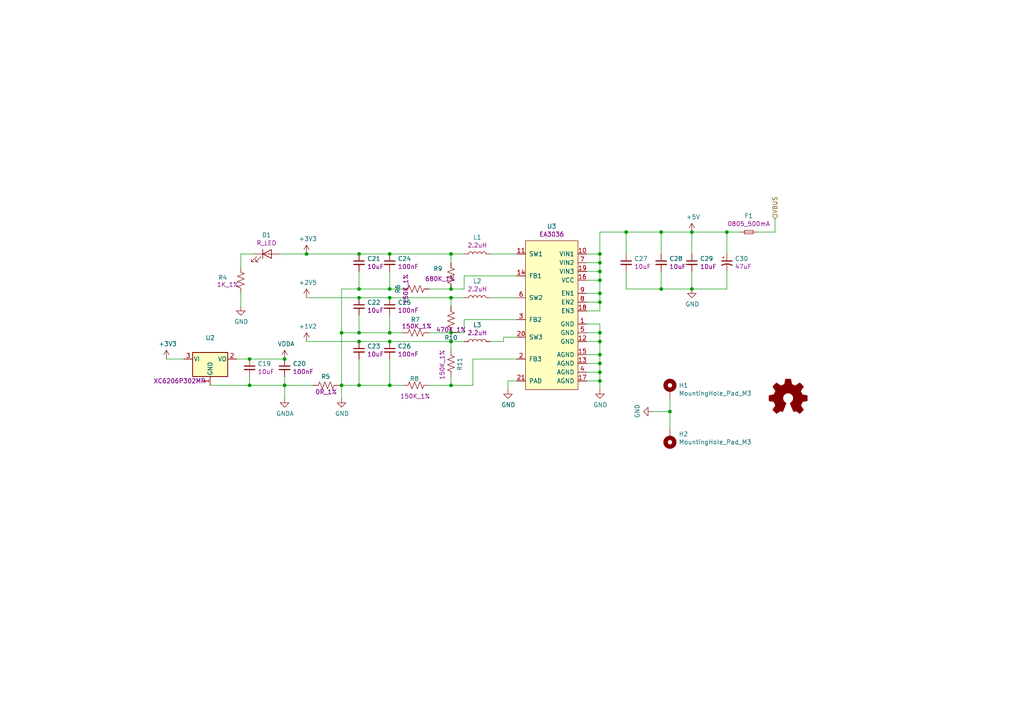
<source format=kicad_sch>
(kicad_sch (version 20210606) (generator eeschema)
  (paper "A4")
  (lib_symbols
    (symbol "0WJQ:02.0023_R0402_150K_1%_1" (pin_numbers hide) (pin_names (offset 0))
      (property "Reference" "R" (at 2.54 0 90))
      (property "Value" "R_US" (at -2.54 0 90))
      (symbol "02.0023_R0402_150K_1%_1_0_1"
        (polyline (pts (xy 0 -2.286) (xy 0 -2.54)))
        (polyline (pts (xy 0 2.286) (xy 0 2.54)))
        (polyline (pts (xy 0 -0.762) (xy 1.016 -1.143) (xy 0 -1.524) (xy -1.016 -1.905) (xy 0 -2.286)))
        (polyline (pts (xy 0 0.762) (xy 1.016 0.381) (xy 0 0) (xy -1.016 -0.381) (xy 0 -0.762)))
        (polyline (pts (xy 0 2.286) (xy 1.016 1.905) (xy 0 1.524) (xy -1.016 1.143) (xy 0 0.762)))
      )
      (symbol "02.0023_R0402_150K_1%_1_1_1"
        (pin passive line (at 0 3.81 270) (length 1.27) (name "~") (number "1"))
        (pin passive line (at 0 -3.81 90) (length 1.27) (name "~") (number "2"))
      )
    )
    (symbol "0WJQ:02.0023_R0402_150K_1%_2" (pin_numbers hide) (pin_names (offset 0))
      (property "Reference" "R" (at 2.54 0 90))
      (property "Value" "R_US" (at -2.54 0 90))
      (symbol "02.0023_R0402_150K_1%_2_0_1"
        (polyline (pts (xy 0 -2.286) (xy 0 -2.54)))
        (polyline (pts (xy 0 2.286) (xy 0 2.54)))
        (polyline (pts (xy 0 -0.762) (xy 1.016 -1.143) (xy 0 -1.524) (xy -1.016 -1.905) (xy 0 -2.286)))
        (polyline (pts (xy 0 0.762) (xy 1.016 0.381) (xy 0 0) (xy -1.016 -0.381) (xy 0 -0.762)))
        (polyline (pts (xy 0 2.286) (xy 1.016 1.905) (xy 0 1.524) (xy -1.016 1.143) (xy 0 0.762)))
      )
      (symbol "02.0023_R0402_150K_1%_2_1_1"
        (pin passive line (at 0 3.81 270) (length 1.27) (name "~") (number "1"))
        (pin passive line (at 0 -3.81 90) (length 1.27) (name "~") (number "2"))
      )
    )
    (symbol "0WJQ:03.0009_C0402_100nF" (pin_numbers hide) (pin_names (offset 0.254) hide)
      (property "Reference" "C" (at 0.254 1.778 0))
      (property "参数" "100nF" (at 3.81 -2.54 0))
      (symbol "03.0009_C0402_100nF_0_1"
        (polyline (pts (xy -1.524 -0.508) (xy 1.524 -0.508)) (stroke (width 0.3302)))
        (polyline (pts (xy -1.524 0.508) (xy 1.524 0.508)) (stroke (width 0.3048)))
      )
      (symbol "03.0009_C0402_100nF_1_1"
        (pin passive line (at 0 2.54 270) (length 2.032) (name "~") (number "1"))
        (pin passive line (at 0 -2.54 90) (length 2.032) (name "~") (number "2"))
      )
    )
    (symbol "0WJQ:03.0009_C0402_100nF_1" (pin_numbers hide) (pin_names (offset 0.254) hide)
      (property "Reference" "C" (at 0.254 1.778 0))
      (property "参数" "100nF" (at 3.81 -2.54 0))
      (symbol "03.0009_C0402_100nF_1_0_1"
        (polyline (pts (xy -1.524 -0.508) (xy 1.524 -0.508)) (stroke (width 0.3302)))
        (polyline (pts (xy -1.524 0.508) (xy 1.524 0.508)) (stroke (width 0.3048)))
      )
      (symbol "03.0009_C0402_100nF_1_1_1"
        (pin passive line (at 0 2.54 270) (length 2.032) (name "~") (number "1"))
        (pin passive line (at 0 -2.54 90) (length 2.032) (name "~") (number "2"))
      )
    )
    (symbol "0WJQ:03.0009_C0402_100nF_2" (pin_numbers hide) (pin_names (offset 0.254) hide)
      (property "Reference" "C" (at 0.254 1.778 0))
      (property "参数" "100nF" (at 3.81 -2.54 0))
      (symbol "03.0009_C0402_100nF_2_0_1"
        (polyline (pts (xy -1.524 -0.508) (xy 1.524 -0.508)) (stroke (width 0.3302)))
        (polyline (pts (xy -1.524 0.508) (xy 1.524 0.508)) (stroke (width 0.3048)))
      )
      (symbol "03.0009_C0402_100nF_2_1_1"
        (pin passive line (at 0 2.54 270) (length 2.032) (name "~") (number "1"))
        (pin passive line (at 0 -2.54 90) (length 2.032) (name "~") (number "2"))
      )
    )
    (symbol "0WJQ:03.0009_C0402_100nF_3" (pin_numbers hide) (pin_names (offset 0.254) hide)
      (property "Reference" "C" (at 0.254 1.778 0))
      (property "参数" "100nF" (at 3.81 -2.54 0))
      (symbol "03.0009_C0402_100nF_3_0_1"
        (polyline (pts (xy -1.524 -0.508) (xy 1.524 -0.508)) (stroke (width 0.3302)))
        (polyline (pts (xy -1.524 0.508) (xy 1.524 0.508)) (stroke (width 0.3048)))
      )
      (symbol "03.0009_C0402_100nF_3_1_1"
        (pin passive line (at 0 2.54 270) (length 2.032) (name "~") (number "1"))
        (pin passive line (at 0 -2.54 90) (length 2.032) (name "~") (number "2"))
      )
    )
    (symbol "0WJQ:03.4004_C0603_10uF" (pin_numbers hide) (pin_names (offset 0.254) hide)
      (property "Reference" "C" (at 0.254 1.778 0))
      (property "参数" "10uF" (at 2.54 -2.54 0))
      (symbol "03.4004_C0603_10uF_0_1"
        (polyline (pts (xy -1.524 -0.508) (xy 1.524 -0.508)) (stroke (width 0.3302)))
        (polyline (pts (xy -1.524 0.508) (xy 1.524 0.508)) (stroke (width 0.3048)))
      )
      (symbol "03.4004_C0603_10uF_1_1"
        (pin passive line (at 0 2.54 270) (length 2.032) (name "~") (number "1"))
        (pin passive line (at 0 -2.54 90) (length 2.032) (name "~") (number "2"))
      )
    )
    (symbol "0WJQ:03.4004_C0603_10uF_1" (pin_numbers hide) (pin_names (offset 0.254) hide)
      (property "Reference" "C" (at 0.254 1.778 0))
      (property "参数" "10uF" (at 2.54 -2.54 0))
      (symbol "03.4004_C0603_10uF_1_0_1"
        (polyline (pts (xy -1.524 -0.508) (xy 1.524 -0.508)) (stroke (width 0.3302)))
        (polyline (pts (xy -1.524 0.508) (xy 1.524 0.508)) (stroke (width 0.3048)))
      )
      (symbol "03.4004_C0603_10uF_1_1_1"
        (pin passive line (at 0 2.54 270) (length 2.032) (name "~") (number "1"))
        (pin passive line (at 0 -2.54 90) (length 2.032) (name "~") (number "2"))
      )
    )
    (symbol "0WJQ:03.4004_C0603_10uF_2" (pin_numbers hide) (pin_names (offset 0.254) hide)
      (property "Reference" "C" (at 0.254 1.778 0))
      (property "参数" "10uF" (at 2.54 -2.54 0))
      (symbol "03.4004_C0603_10uF_2_0_1"
        (polyline (pts (xy -1.524 -0.508) (xy 1.524 -0.508)) (stroke (width 0.3302)))
        (polyline (pts (xy -1.524 0.508) (xy 1.524 0.508)) (stroke (width 0.3048)))
      )
      (symbol "03.4004_C0603_10uF_2_1_1"
        (pin passive line (at 0 2.54 270) (length 2.032) (name "~") (number "1"))
        (pin passive line (at 0 -2.54 90) (length 2.032) (name "~") (number "2"))
      )
    )
    (symbol "0WJQ:03.4004_C0603_10uF_3" (pin_numbers hide) (pin_names (offset 0.254) hide)
      (property "Reference" "C" (at 0.254 1.778 0))
      (property "参数" "10uF" (at 2.54 -2.54 0))
      (symbol "03.4004_C0603_10uF_3_0_1"
        (polyline (pts (xy -1.524 -0.508) (xy 1.524 -0.508)) (stroke (width 0.3302)))
        (polyline (pts (xy -1.524 0.508) (xy 1.524 0.508)) (stroke (width 0.3048)))
      )
      (symbol "03.4004_C0603_10uF_3_1_1"
        (pin passive line (at 0 2.54 270) (length 2.032) (name "~") (number "1"))
        (pin passive line (at 0 -2.54 90) (length 2.032) (name "~") (number "2"))
      )
    )
    (symbol "0WJQ:03.4004_C0603_10uF_4" (pin_numbers hide) (pin_names (offset 0.254) hide)
      (property "Reference" "C" (at 0.254 1.778 0))
      (property "参数" "10uF" (at 2.54 -2.54 0))
      (symbol "03.4004_C0603_10uF_4_0_1"
        (polyline (pts (xy -1.524 -0.508) (xy 1.524 -0.508)) (stroke (width 0.3302)))
        (polyline (pts (xy -1.524 0.508) (xy 1.524 0.508)) (stroke (width 0.3048)))
      )
      (symbol "03.4004_C0603_10uF_4_1_1"
        (pin passive line (at 0 2.54 270) (length 2.032) (name "~") (number "1"))
        (pin passive line (at 0 -2.54 90) (length 2.032) (name "~") (number "2"))
      )
    )
    (symbol "0WJQ:03.4004_C0603_10uF_5" (pin_numbers hide) (pin_names (offset 0.254) hide)
      (property "Reference" "C" (at 0.254 1.778 0))
      (property "参数" "10uF" (at 2.54 -2.54 0))
      (symbol "03.4004_C0603_10uF_5_0_1"
        (polyline (pts (xy -1.524 -0.508) (xy 1.524 -0.508)) (stroke (width 0.3302)))
        (polyline (pts (xy -1.524 0.508) (xy 1.524 0.508)) (stroke (width 0.3048)))
      )
      (symbol "03.4004_C0603_10uF_5_1_1"
        (pin passive line (at 0 2.54 270) (length 2.032) (name "~") (number "1"))
        (pin passive line (at 0 -2.54 90) (length 2.032) (name "~") (number "2"))
      )
    )
    (symbol "0WJQ:03.4004_C0603_10uF_6" (pin_numbers hide) (pin_names (offset 0.254) hide)
      (property "Reference" "C" (at 0.254 1.778 0))
      (property "参数" "10uF" (at 2.54 -2.54 0))
      (symbol "03.4004_C0603_10uF_6_0_1"
        (polyline (pts (xy -1.524 -0.508) (xy 1.524 -0.508)) (stroke (width 0.3302)))
        (polyline (pts (xy -1.524 0.508) (xy 1.524 0.508)) (stroke (width 0.3048)))
      )
      (symbol "03.4004_C0603_10uF_6_1_1"
        (pin passive line (at 0 2.54 270) (length 2.032) (name "~") (number "1"))
        (pin passive line (at 0 -2.54 90) (length 2.032) (name "~") (number "2"))
      )
    )
    (symbol "0WJQ:04.0002_CP1210_47uF" (pin_numbers hide) (pin_names (offset 0.254) hide)
      (property "Reference" "C" (at 0.254 1.778 0))
      (property "参数" "47uF" (at 2.54 -2.54 0))
      (symbol "04.0002_CP1210_47uF_0_1"
        (arc (start -1.524 -0.762) (end 1.524 -0.762) (radius (at 0 -3.556) (length 3.175) (angles 118.6 61.4)) (stroke (width 0.3048)))
        (polyline (pts (xy -1.524 0.508) (xy 1.524 0.508)) (stroke (width 0.3048)))
        (polyline (pts (xy -1.27 1.524) (xy -0.762 1.524)))
        (polyline (pts (xy -1.016 1.27) (xy -1.016 1.778)))
      )
      (symbol "04.0002_CP1210_47uF_1_1"
        (pin passive line (at 0 2.54 270) (length 2.032) (name "~") (number "1"))
        (pin passive line (at 0 -2.54 90) (length 2.032) (name "~") (number "2"))
      )
    )
    (symbol "0WJQ:06.0102_L2520_2.2uH" (pin_numbers hide) (pin_names (offset 1.016) hide)
      (property "Reference" "L" (at 0 2.54 0))
      (property "参数" "2.2uH" (at 0 -1.27 0))
      (symbol "06.0102_L2520_2.2uH_0_1"
        (arc (start -1.27 0) (end -2.54 0) (radius (at -1.905 0) (length 0.635) (angles 0.1 179.9)))
        (arc (start 0 0) (end -1.27 0) (radius (at -0.635 0) (length 0.635) (angles 0.1 179.9)))
        (arc (start 1.27 0) (end 0 0) (radius (at 0.635 0) (length 0.635) (angles 0.1 179.9)))
        (arc (start 2.54 0) (end 1.27 0) (radius (at 1.905 0) (length 0.635) (angles 0.1 179.9)))
      )
      (symbol "06.0102_L2520_2.2uH_1_1"
        (pin passive line (at -3.81 0 0) (length 1.27) (name "1") (number "1"))
        (pin passive line (at 3.81 0 180) (length 1.27) (name "2") (number "2"))
      )
    )
    (symbol "0WJQ:06.0102_L2520_2.2uH_1" (pin_numbers hide) (pin_names (offset 1.016) hide)
      (property "Reference" "L" (at 0 2.54 0))
      (property "参数" "2.2uH" (at 0 -1.27 0))
      (symbol "06.0102_L2520_2.2uH_1_0_1"
        (arc (start -1.27 0) (end -2.54 0) (radius (at -1.905 0) (length 0.635) (angles 0.1 179.9)))
        (arc (start 0 0) (end -1.27 0) (radius (at -0.635 0) (length 0.635) (angles 0.1 179.9)))
        (arc (start 1.27 0) (end 0 0) (radius (at 0.635 0) (length 0.635) (angles 0.1 179.9)))
        (arc (start 2.54 0) (end 1.27 0) (radius (at 1.905 0) (length 0.635) (angles 0.1 179.9)))
      )
      (symbol "06.0102_L2520_2.2uH_1_1_1"
        (pin passive line (at -3.81 0 0) (length 1.27) (name "1") (number "1"))
        (pin passive line (at 3.81 0 180) (length 1.27) (name "2") (number "2"))
      )
    )
    (symbol "0WJQ:06.0102_L2520_2.2uH_2" (pin_numbers hide) (pin_names (offset 1.016) hide)
      (property "Reference" "L" (at 0 2.54 0))
      (property "参数" "2.2uH" (at 0 -1.27 0))
      (symbol "06.0102_L2520_2.2uH_2_0_1"
        (arc (start -1.27 0) (end -2.54 0) (radius (at -1.905 0) (length 0.635) (angles 0.1 179.9)))
        (arc (start 0 0) (end -1.27 0) (radius (at -0.635 0) (length 0.635) (angles 0.1 179.9)))
        (arc (start 1.27 0) (end 0 0) (radius (at 0.635 0) (length 0.635) (angles 0.1 179.9)))
        (arc (start 2.54 0) (end 1.27 0) (radius (at 1.905 0) (length 0.635) (angles 0.1 179.9)))
      )
      (symbol "06.0102_L2520_2.2uH_2_1_1"
        (pin passive line (at -3.81 0 0) (length 1.27) (name "1") (number "1"))
        (pin passive line (at 3.81 0 180) (length 1.27) (name "2") (number "2"))
      )
    )
    (symbol "0WJQ:07.0004_Fuse_0805_500mA" (pin_numbers hide) (pin_names (offset 0.254) hide)
      (property "Reference" "F" (at -2.54 1.27 0))
      (property "参数" "0805_500mA" (at 1.27 -2.54 0))
      (symbol "07.0004_Fuse_0805_500mA_0_1"
        (rectangle (start -1.27 0.508) (end 1.27 -0.508))
        (polyline (pts (xy -1.27 0) (xy 1.27 0)))
      )
      (symbol "07.0004_Fuse_0805_500mA_1_1"
        (pin passive line (at -2.54 0 0) (length 1.27) (name "~") (number "1"))
        (pin passive line (at 2.54 0 180) (length 1.27) (name "~") (number "2"))
      )
    )
    (symbol "0WJQ:07.0201_LED_Red_0603" (pin_numbers hide) (pin_names (offset 1.016) hide)
      (property "Reference" "D" (at 0 2.54 0))
      (property "参数" "R_LED" (at 1.27 -2.54 0))
      (symbol "07.0201_LED_Red_0603_0_1"
        (polyline (pts (xy -1.27 -1.27) (xy -1.27 1.27)) (stroke (width 0.2032)))
        (polyline (pts (xy -1.27 0) (xy 1.27 0)))
        (polyline (pts (xy 1.27 -1.27) (xy 1.27 1.27) (xy -1.27 0) (xy 1.27 -1.27)) (stroke (width 0.2032)))
        (polyline (pts (xy -3.048 -0.762) (xy -4.572 -2.286) (xy -3.81 -2.286) (xy -4.572 -2.286) (xy -4.572 -1.524)))
        (polyline (pts (xy -1.778 -0.762) (xy -3.302 -2.286) (xy -2.54 -2.286) (xy -3.302 -2.286) (xy -3.302 -1.524)))
      )
      (symbol "07.0201_LED_Red_0603_1_1"
        (pin passive line (at -3.81 0 0) (length 2.54) (name "K") (number "1"))
        (pin passive line (at 3.81 0 180) (length 2.54) (name "A") (number "2"))
      )
    )
    (symbol "0WJQ:09.0102_EA3036" (pin_names (offset 1.016))
      (property "Reference" "U" (at 0 1.27 0))
      (property "参数" "EA3036" (at 3.81 -44.45 0))
      (symbol "09.0102_EA3036_0_1"
        (rectangle (start 0 0) (end 15.24 -43.18) (fill (type background)))
      )
      (symbol "09.0102_EA3036_1_1"
        (pin input line (at 17.78 -24.13 180) (length 2.54) (name "GND") (number "1"))
        (pin input line (at 17.78 -3.81 180) (length 2.54) (name "VIN1") (number "10"))
        (pin input line (at -2.54 -3.81 0) (length 2.54) (name "SW1") (number "11"))
        (pin input line (at 17.78 -29.21 180) (length 2.54) (name "GND") (number "12"))
        (pin input line (at 17.78 -35.56 180) (length 2.54) (name "AGND") (number "13"))
        (pin input line (at -2.54 -10.16 0) (length 2.54) (name "FB1") (number "14"))
        (pin input line (at 17.78 -33.02 180) (length 2.54) (name "AGND") (number "15"))
        (pin input line (at 17.78 -11.43 180) (length 2.54) (name "VCC") (number "16"))
        (pin input line (at 17.78 -40.64 180) (length 2.54) (name "AGND") (number "17"))
        (pin input line (at 17.78 -20.32 180) (length 2.54) (name "EN3") (number "18"))
        (pin input line (at 17.78 -8.89 180) (length 2.54) (name "VIN3") (number "19"))
        (pin input line (at -2.54 -34.29 0) (length 2.54) (name "FB3") (number "2"))
        (pin input line (at -2.54 -27.94 0) (length 2.54) (name "SW3") (number "20"))
        (pin input line (at -2.54 -40.64 0) (length 2.54) (name "PAD") (number "21"))
        (pin input line (at -2.54 -22.86 0) (length 2.54) (name "FB2") (number "3"))
        (pin input line (at 17.78 -38.1 180) (length 2.54) (name "AGND") (number "4"))
        (pin input line (at 17.78 -26.67 180) (length 2.54) (name "GND") (number "5"))
        (pin input line (at -2.54 -16.51 0) (length 2.54) (name "SW2") (number "6"))
        (pin input line (at 17.78 -6.35 180) (length 2.54) (name "VIN2") (number "7"))
        (pin input line (at 17.78 -17.78 180) (length 2.54) (name "EN2") (number "8"))
        (pin input line (at 17.78 -15.24 180) (length 2.54) (name "EN1") (number "9"))
      )
    )
    (symbol "0WJQ:09.0103_XC6206P302MR" (pin_names (offset 0.254))
      (property "Reference" "U" (at -3.81 3.175 0))
      (property "参数" "XC6206P302MR" (at -8.89 -6.35 0))
      (symbol "09.0103_XC6206P302MR_0_1"
        (rectangle (start -5.08 1.905) (end 5.08 -5.08) (stroke (width 0.254)) (fill (type background)))
      )
      (symbol "09.0103_XC6206P302MR_1_1"
        (pin power_in line (at 0 -7.62 90) (length 2.54) (name "GND") (number "1"))
        (pin power_out line (at 7.62 0 180) (length 2.54) (name "VO") (number "2"))
        (pin power_in line (at -7.62 0 0) (length 2.54) (name "VI") (number "3"))
      )
    )
    (symbol "0WJQ:MountingHole_Pad_M3" (pin_numbers hide) (pin_names (offset 1.016) hide)
      (property "Reference" "H" (at 0 6.35 0))
      (property "Value" "MountingHole_Pad_M3" (at 0 4.445 0))
      (symbol "MountingHole_Pad_M3_0_1"
        (circle (center 0 1.27) (radius 1.27) (stroke (width 1.27)))
      )
      (symbol "MountingHole_Pad_M3_1_1"
        (pin input line (at 0 -2.54 90) (length 2.54) (name "1") (number "1"))
      )
    )
    (symbol "0WJQ:MountingHole_Pad_M3_1" (pin_numbers hide) (pin_names (offset 1.016) hide)
      (property "Reference" "H" (at 0 6.35 0))
      (property "Value" "MountingHole_Pad_M3" (at 0 4.445 0))
      (symbol "MountingHole_Pad_M3_1_0_1"
        (circle (center 0 1.27) (radius 1.27) (stroke (width 1.27)))
      )
      (symbol "MountingHole_Pad_M3_1_1_1"
        (pin input line (at 0 -2.54 90) (length 2.54) (name "1") (number "1"))
      )
    )
    (symbol "Device:R_US" (pin_numbers hide) (pin_names (offset 0))
      (property "Reference" "R" (at 2.54 0 90))
      (property "Value" "R_US" (at -2.54 0 90))
      (symbol "R_US_0_1"
        (polyline (pts (xy 0 -2.286) (xy 0 -2.54)))
        (polyline (pts (xy 0 2.286) (xy 0 2.54)))
        (polyline (pts (xy 0 -0.762) (xy 1.016 -1.143) (xy 0 -1.524) (xy -1.016 -1.905) (xy 0 -2.286)))
        (polyline (pts (xy 0 0.762) (xy 1.016 0.381) (xy 0 0) (xy -1.016 -0.381) (xy 0 -0.762)))
        (polyline (pts (xy 0 2.286) (xy 1.016 1.905) (xy 0 1.524) (xy -1.016 1.143) (xy 0 0.762)))
      )
      (symbol "R_US_1_1"
        (pin passive line (at 0 3.81 270) (length 1.27) (name "~") (number "1"))
        (pin passive line (at 0 -3.81 90) (length 1.27) (name "~") (number "2"))
      )
    )
    (symbol "Graphic:Logo_Open_Hardware_Small" (pin_names (offset 1.016))
      (symbol "Logo_Open_Hardware_Small_0_1"
        (polyline (pts (xy 3.3528 -4.3434) (xy 3.302 -4.318) (xy 3.175 -4.2418) (xy 2.9972 -4.1148) (xy 2.7686 -3.9624) (xy 2.54 -3.81) (xy 2.3622 -3.7084) (xy 2.2352 -3.6068) (xy 2.1844 -3.5814) (xy 2.159 -3.6068) (xy 2.0574 -3.6576) (xy 1.905 -3.7338) (xy 1.8034 -3.7846) (xy 1.6764 -3.8354) (xy 1.6002 -3.8354) (xy 1.6002 -3.8354) (xy 1.5494 -3.7338) (xy 1.4732 -3.5306) (xy 1.3462 -3.302) (xy 1.2446 -3.0226) (xy 1.1176 -2.7178) (xy 0.9652 -2.413) (xy 0.8636 -2.1082) (xy 0.7366 -1.8288) (xy 0.6604 -1.6256) (xy 0.6096 -1.4732) (xy 0.5842 -1.397) (xy 0.5842 -1.397) (xy 0.6604 -1.3208) (xy 0.7874 -1.2446) (xy 1.0414 -1.016) (xy 1.2954 -0.6858) (xy 1.4478 -0.3302) (xy 1.524 0.0762) (xy 1.4732 0.4572) (xy 1.3208 0.8128) (xy 1.0668 1.143) (xy 0.762 1.3716) (xy 0.4064 1.524) (xy 0 1.5748) (xy -0.381 1.5494) (xy -0.7366 1.397) (xy -1.0668 1.143) (xy -1.2192 0.9906) (xy -1.397 0.6604) (xy -1.524 0.3048) (xy -1.524 0.2286) (xy -1.4986 -0.1778) (xy -1.397 -0.5334) (xy -1.1938 -0.8636) (xy -0.9144 -1.143) (xy -0.8636 -1.1684) (xy -0.7366 -1.27) (xy -0.635 -1.3462) (xy -0.5842 -1.397) (xy -1.0668 -2.5908) (xy -1.143 -2.794) (xy -1.2954 -3.1242) (xy -1.397 -3.4036) (xy -1.4986 -3.6322) (xy -1.5748 -3.7846) (xy -1.6002 -3.8354) (xy -1.6002 -3.8354) (xy -1.651 -3.8354) (xy -1.7272 -3.81) (xy -1.905 -3.7338) (xy -2.0066 -3.683) (xy -2.1336 -3.6068) (xy -2.2098 -3.5814) (xy -2.2606 -3.6068) (xy -2.3622 -3.683) (xy -2.54 -3.81) (xy -2.7686 -3.9624) (xy -2.9718 -4.0894) (xy -3.1496 -4.2164) (xy -3.302 -4.318) (xy -3.3528 -4.3434) (xy -3.3782 -4.3434) (xy -3.429 -4.318) (xy -3.5306 -4.2164) (xy -3.7084 -4.064) (xy -3.937 -3.8354) (xy -3.9624 -3.81) (xy -4.1656 -3.6068) (xy -4.318 -3.4544) (xy -4.4196 -3.3274) (xy -4.445 -3.2766) (xy -4.445 -3.2766) (xy -4.4196 -3.2258) (xy -4.318 -3.0734) (xy -4.2164 -2.8956) (xy -4.064 -2.667) (xy -3.6576 -2.0828) (xy -3.8862 -1.5494) (xy -3.937 -1.3716) (xy -4.0386 -1.1684) (xy -4.0894 -1.0414) (xy -4.1148 -0.9652) (xy -4.191 -0.9398) (xy -4.318 -0.9144) (xy -4.5466 -0.8636) (xy -4.8006 -0.8128) (xy -5.0546 -0.7874) (xy -5.2578 -0.7366) (xy -5.4356 -0.7112) (xy -5.5118 -0.6858) (xy -5.5118 -0.6858) (xy -5.5372 -0.635) (xy -5.5372 -0.5588) (xy -5.5372 -0.4318) (xy -5.5626 -0.2286) (xy -5.5626 0.0762) (xy -5.5626 0.127) (xy -5.5372 0.4064) (xy -5.5372 0.635) (xy -5.5372 0.762) (xy -5.5372 0.8382) (xy -5.5372 0.8382) (xy -5.461 0.8382) (xy -5.3086 0.889) (xy -5.08 0.9144) (xy -4.826 0.9652) (xy -4.8006 0.9906) (xy -4.5466 1.0414) (xy -4.318 1.0668) (xy -4.1656 1.1176) (xy -4.0894 1.143) (xy -4.0894 1.143) (xy -4.0386 1.2446) (xy -3.9624 1.4224) (xy -3.8608 1.6256) (xy -3.7846 1.8288) (xy -3.7084 2.0066) (xy -3.6576 2.159) (xy -3.6322 2.2098) (xy -3.6322 2.2098) (xy -3.683 2.286) (xy -3.7592 2.413) (xy -3.8862 2.5908) (xy -4.064 2.8194) (xy -4.064 2.8448) (xy -4.2164 3.0734) (xy -4.3434 3.2512) (xy -4.4196 3.3782) (xy -4.445 3.4544) (xy -4.445 3.4544) (xy -4.3942 3.5052) (xy -4.2926 3.6322) (xy -4.1148 3.81) (xy -3.937 4.0132) (xy -3.8608 4.064) (xy -3.6576 4.2926) (xy -3.5052 4.4196) (xy -3.4036 4.4958) (xy -3.3528 4.5212) (xy -3.3528 4.5212) (xy -3.302 4.4704) (xy -3.1496 4.3688) (xy -2.9718 4.2418) (xy -2.7432 4.0894) (xy -2.7178 4.0894) (xy -2.4892 3.937) (xy -2.3114 3.81) (xy -2.1844 3.7084) (xy -2.1336 3.683) (xy -2.1082 3.683) (xy -2.032 3.7084) (xy -1.8542 3.7592) (xy -1.6764 3.8354) (xy -1.4732 3.937) (xy -1.27 4.0132) (xy -1.143 4.064) (xy -1.0668 4.1148) (xy -1.0668 4.1148) (xy -1.0414 4.191) (xy -1.016 4.3434) (xy -0.9652 4.572) (xy -0.9144 4.8514) (xy -0.889 4.9022) (xy -0.8382 5.1562) (xy -0.8128 5.3848) (xy -0.7874 5.5372) (xy -0.762 5.588) (xy -0.7112 5.6134) (xy -0.5842 5.6134) (xy -0.4064 5.6134) (xy -0.1524 5.6134) (xy 0.0762 5.6134) (xy 0.3302 5.6134) (xy 0.5334 5.6134) (xy 0.6858 5.588) (xy 0.7366 5.588) (xy 0.7366 5.588) (xy 0.762 5.5118) (xy 0.8128 5.334) (xy 0.8382 5.1054) (xy 0.9144 4.826) (xy 0.9144 4.7752) (xy 0.9652 4.5212) (xy 1.016 4.2926) (xy 1.0414 4.1402) (xy 1.0668 4.0894) (xy 1.0668 4.0894) (xy 1.1938 4.0386) (xy 1.3716 3.9624) (xy 1.5748 3.8608) (xy 2.0828 3.6576) (xy 2.7178 4.0894) (xy 2.7686 4.1402) (xy 2.9972 4.2926) (xy 3.175 4.4196) (xy 3.302 4.4958) (xy 3.3782 4.5212) (xy 3.3782 4.5212) (xy 3.429 4.4704) (xy 3.556 4.3434) (xy 3.7338 4.191) (xy 3.9116 3.9878) (xy 4.064 3.8354) (xy 4.2418 3.6576) (xy 4.3434 3.556) (xy 4.4196 3.4798) (xy 4.4196 3.429) (xy 4.4196 3.4036) (xy 4.3942 3.3274) (xy 4.2926 3.2004) (xy 4.1656 2.9972) (xy 4.0132 2.794) (xy 3.8862 2.5908) (xy 3.7592 2.3876) (xy 3.6576 2.2352) (xy 3.6322 2.159) (xy 3.6322 2.1336) (xy 3.683 2.0066) (xy 3.7592 1.8288) (xy 3.8608 1.6002) (xy 4.064 1.1176) (xy 4.3942 1.0414) (xy 4.5974 1.016) (xy 4.8768 0.9652) (xy 5.1308 0.9144) (xy 5.5372 0.8382) (xy 5.5626 -0.6604) (xy 5.4864 -0.6858) (xy 5.4356 -0.6858) (xy 5.2832 -0.7366) (xy 5.0546 -0.762) (xy 4.8006 -0.8128) (xy 4.5974 -0.8636) (xy 4.3688 -0.9144) (xy 4.2164 -0.9398) (xy 4.1402 -0.9398) (xy 4.1148 -0.9652) (xy 4.064 -1.0668) (xy 3.9878 -1.2446) (xy 3.9116 -1.4478) (xy 3.81 -1.651) (xy 3.7338 -1.8542) (xy 3.683 -2.0066) (xy 3.6576 -2.0828) (xy 3.683 -2.1336) (xy 3.7846 -2.2606) (xy 3.8862 -2.4638) (xy 4.0386 -2.667) (xy 4.191 -2.8956) (xy 4.318 -3.0734) (xy 4.3942 -3.2004) (xy 4.445 -3.2766) (xy 4.4196 -3.3274) (xy 4.3434 -3.429) (xy 4.1656 -3.5814) (xy 3.937 -3.8354) (xy 3.8862 -3.8608) (xy 3.683 -4.064) (xy 3.5306 -4.2164) (xy 3.4036 -4.318) (xy 3.3528 -4.3434)) (fill (type outline)))
      )
    )
    (symbol "power:+1V2" (power) (pin_names (offset 0))
      (property "Value" "+1V2" (at 0 3.556 0))
      (symbol "+1V2_0_1"
        (polyline (pts (xy -0.762 1.27) (xy 0 2.54)))
        (polyline (pts (xy 0 0) (xy 0 2.54)))
        (polyline (pts (xy 0 2.54) (xy 0.762 1.27)))
      )
      (symbol "+1V2_1_1"
        (pin power_in line (at 0 0 90) (length 0) hide (name "+1V2") (number "1"))
      )
    )
    (symbol "power:+2V5" (power) (pin_names (offset 0))
      (property "Value" "+2V5" (at 0 3.556 0))
      (symbol "+2V5_0_1"
        (polyline (pts (xy -0.762 1.27) (xy 0 2.54)))
        (polyline (pts (xy 0 0) (xy 0 2.54)))
        (polyline (pts (xy 0 2.54) (xy 0.762 1.27)))
      )
      (symbol "+2V5_1_1"
        (pin power_in line (at 0 0 90) (length 0) hide (name "+2V5") (number "1"))
      )
    )
    (symbol "power:+3.3V" (power) (pin_names (offset 0))
      (property "Value" "+3.3V" (at 0 3.556 0))
      (symbol "+3.3V_0_1"
        (polyline (pts (xy -0.762 1.27) (xy 0 2.54)))
        (polyline (pts (xy 0 0) (xy 0 2.54)))
        (polyline (pts (xy 0 2.54) (xy 0.762 1.27)))
      )
      (symbol "+3.3V_1_1"
        (pin power_in line (at 0 0 90) (length 0) hide (name "+3V3") (number "1"))
      )
    )
    (symbol "power:+5V" (power) (pin_names (offset 0))
      (property "Value" "+5V" (at 0 3.556 0))
      (symbol "+5V_0_1"
        (polyline (pts (xy -0.762 1.27) (xy 0 2.54)))
        (polyline (pts (xy 0 0) (xy 0 2.54)))
        (polyline (pts (xy 0 2.54) (xy 0.762 1.27)))
      )
      (symbol "+5V_1_1"
        (pin power_in line (at 0 0 90) (length 0) hide (name "+5V") (number "1"))
      )
    )
    (symbol "power:GND" (power) (pin_names (offset 0))
      (property "Value" "GND" (at 0 -3.81 0))
      (symbol "GND_0_1"
        (polyline (pts (xy 0 0) (xy 0 -1.27) (xy 1.27 -1.27) (xy 0 -2.54) (xy -1.27 -1.27) (xy 0 -1.27)))
      )
      (symbol "GND_1_1"
        (pin power_in line (at 0 0 270) (length 0) hide (name "GND") (number "1"))
      )
    )
    (symbol "power:GNDA" (power) (pin_names (offset 0))
      (property "Value" "GNDA" (at 0 -3.81 0))
      (symbol "GNDA_0_1"
        (polyline (pts (xy 0 0) (xy 0 -1.27) (xy 1.27 -1.27) (xy 0 -2.54) (xy -1.27 -1.27) (xy 0 -1.27)))
      )
      (symbol "GNDA_1_1"
        (pin power_in line (at 0 0 270) (length 0) hide (name "GNDA") (number "1"))
      )
    )
    (symbol "power:VDDA" (power) (pin_names (offset 0))
      (property "Value" "VDDA" (at 0 3.81 0))
      (symbol "VDDA_0_1"
        (polyline (pts (xy -0.762 1.27) (xy 0 2.54)))
        (polyline (pts (xy 0 0) (xy 0 2.54)))
        (polyline (pts (xy 0 2.54) (xy 0.762 1.27)))
      )
      (symbol "VDDA_1_1"
        (pin power_in line (at 0 0 90) (length 0) hide (name "VDDA") (number "1"))
      )
    )
  )
  (junction (at 72.39 104.14) (diameter 0.9144))
  (junction (at 72.39 111.76) (diameter 0.9144))
  (junction (at 82.55 104.14) (diameter 0.9144))
  (junction (at 82.55 111.76) (diameter 0.9144))
  (junction (at 88.9 73.66) (diameter 0.9144))
  (junction (at 99.06 96.52) (diameter 0.9144))
  (junction (at 99.06 111.76) (diameter 0.9144))
  (junction (at 104.14 73.66) (diameter 0.9144))
  (junction (at 104.14 83.82) (diameter 0.9144))
  (junction (at 104.14 86.36) (diameter 0.9144))
  (junction (at 104.14 96.52) (diameter 0.9144))
  (junction (at 104.14 99.06) (diameter 0.9144))
  (junction (at 104.14 111.76) (diameter 0.9144))
  (junction (at 113.03 73.66) (diameter 0.9144))
  (junction (at 113.03 83.82) (diameter 0.9144))
  (junction (at 113.03 86.36) (diameter 0.9144))
  (junction (at 113.03 96.52) (diameter 0.9144))
  (junction (at 113.03 99.06) (diameter 0.9144))
  (junction (at 113.03 111.76) (diameter 0.9144))
  (junction (at 130.81 73.66) (diameter 0.9144))
  (junction (at 130.81 83.82) (diameter 0.9144))
  (junction (at 130.81 86.36) (diameter 0.9144))
  (junction (at 130.81 96.52) (diameter 0.9144))
  (junction (at 130.81 99.06) (diameter 0.9144))
  (junction (at 130.81 111.76) (diameter 0.9144))
  (junction (at 173.99 73.66) (diameter 0.9144))
  (junction (at 173.99 76.2) (diameter 0.9144))
  (junction (at 173.99 78.74) (diameter 0.9144))
  (junction (at 173.99 81.28) (diameter 0.9144))
  (junction (at 173.99 85.09) (diameter 0.9144))
  (junction (at 173.99 87.63) (diameter 0.9144))
  (junction (at 173.99 96.52) (diameter 0.9144))
  (junction (at 173.99 99.06) (diameter 0.9144))
  (junction (at 173.99 102.87) (diameter 0.9144))
  (junction (at 173.99 105.41) (diameter 0.9144))
  (junction (at 173.99 107.95) (diameter 0.9144))
  (junction (at 173.99 110.49) (diameter 0.9144))
  (junction (at 181.61 67.31) (diameter 0.9144))
  (junction (at 191.77 67.31) (diameter 0.9144))
  (junction (at 191.77 83.82) (diameter 0.9144))
  (junction (at 194.31 119.38) (diameter 0.9144))
  (junction (at 200.66 67.31) (diameter 0.9144))
  (junction (at 200.66 83.82) (diameter 0.9144))
  (junction (at 210.82 67.31) (diameter 0.9144))
  (wire (pts (xy 53.34 104.14) (xy 48.26 104.14)))
  (wire (pts (xy 60.96 111.76) (xy 72.39 111.76)))
  (wire (pts (xy 68.58 104.14) (xy 72.39 104.14)))
  (wire (pts (xy 69.85 73.66) (xy 69.85 77.47)))
  (wire (pts (xy 69.85 85.09) (xy 69.85 88.9)))
  (wire (pts (xy 72.39 104.14) (xy 82.55 104.14)))
  (wire (pts (xy 72.39 109.22) (xy 72.39 111.76)))
  (wire (pts (xy 72.39 111.76) (xy 82.55 111.76)))
  (wire (pts (xy 73.66 73.66) (xy 69.85 73.66)))
  (wire (pts (xy 82.55 109.22) (xy 82.55 111.76)))
  (wire (pts (xy 82.55 111.76) (xy 82.55 115.57)))
  (wire (pts (xy 82.55 111.76) (xy 90.805 111.76)))
  (wire (pts (xy 88.9 73.66) (xy 81.28 73.66)))
  (wire (pts (xy 99.06 83.82) (xy 99.06 96.52)))
  (wire (pts (xy 99.06 96.52) (xy 99.06 111.76)))
  (wire (pts (xy 99.06 111.76) (xy 99.06 115.57)))
  (wire (pts (xy 104.14 73.66) (xy 88.9 73.66)))
  (wire (pts (xy 104.14 78.74) (xy 104.14 83.82)))
  (wire (pts (xy 104.14 83.82) (xy 99.06 83.82)))
  (wire (pts (xy 104.14 83.82) (xy 113.03 83.82)))
  (wire (pts (xy 104.14 86.36) (xy 88.9 86.36)))
  (wire (pts (xy 104.14 91.44) (xy 104.14 96.52)))
  (wire (pts (xy 104.14 96.52) (xy 99.06 96.52)))
  (wire (pts (xy 104.14 96.52) (xy 113.03 96.52)))
  (wire (pts (xy 104.14 99.06) (xy 88.9 99.06)))
  (wire (pts (xy 104.14 104.14) (xy 104.14 111.76)))
  (wire (pts (xy 104.14 111.76) (xy 99.06 111.76)))
  (wire (pts (xy 104.14 111.76) (xy 113.03 111.76)))
  (wire (pts (xy 113.03 73.66) (xy 104.14 73.66)))
  (wire (pts (xy 113.03 73.66) (xy 130.81 73.66)))
  (wire (pts (xy 113.03 78.74) (xy 113.03 83.82)))
  (wire (pts (xy 113.03 83.82) (xy 116.84 83.82)))
  (wire (pts (xy 113.03 86.36) (xy 104.14 86.36)))
  (wire (pts (xy 113.03 86.36) (xy 130.81 86.36)))
  (wire (pts (xy 113.03 91.44) (xy 113.03 96.52)))
  (wire (pts (xy 113.03 96.52) (xy 116.84 96.52)))
  (wire (pts (xy 113.03 99.06) (xy 104.14 99.06)))
  (wire (pts (xy 113.03 99.06) (xy 130.81 99.06)))
  (wire (pts (xy 113.03 104.14) (xy 113.03 111.76)))
  (wire (pts (xy 113.03 111.76) (xy 116.84 111.76)))
  (wire (pts (xy 124.46 83.82) (xy 130.81 83.82)))
  (wire (pts (xy 124.46 96.52) (xy 130.81 96.52)))
  (wire (pts (xy 124.46 111.76) (xy 130.81 111.76)))
  (wire (pts (xy 130.81 73.66) (xy 130.81 76.2)))
  (wire (pts (xy 130.81 73.66) (xy 134.62 73.66)))
  (wire (pts (xy 130.81 82.55) (xy 130.81 83.82)))
  (wire (pts (xy 130.81 83.82) (xy 134.62 83.82)))
  (wire (pts (xy 130.81 86.36) (xy 130.81 88.9)))
  (wire (pts (xy 130.81 86.36) (xy 134.62 86.36)))
  (wire (pts (xy 130.81 96.52) (xy 134.62 96.52)))
  (wire (pts (xy 130.81 99.06) (xy 130.81 101.6)))
  (wire (pts (xy 130.81 99.06) (xy 134.62 99.06)))
  (wire (pts (xy 130.81 109.22) (xy 130.81 111.76)))
  (wire (pts (xy 130.81 111.76) (xy 137.16 111.76)))
  (wire (pts (xy 134.62 80.01) (xy 149.86 80.01)))
  (wire (pts (xy 134.62 83.82) (xy 134.62 80.01)))
  (wire (pts (xy 134.62 92.71) (xy 149.86 92.71)))
  (wire (pts (xy 134.62 96.52) (xy 134.62 92.71)))
  (wire (pts (xy 137.16 104.14) (xy 149.86 104.14)))
  (wire (pts (xy 137.16 111.76) (xy 137.16 104.14)))
  (wire (pts (xy 146.05 97.79) (xy 146.05 99.06)))
  (wire (pts (xy 146.05 99.06) (xy 142.24 99.06)))
  (wire (pts (xy 147.32 110.49) (xy 147.32 113.03)))
  (wire (pts (xy 149.86 73.66) (xy 142.24 73.66)))
  (wire (pts (xy 149.86 86.36) (xy 142.24 86.36)))
  (wire (pts (xy 149.86 97.79) (xy 146.05 97.79)))
  (wire (pts (xy 149.86 110.49) (xy 147.32 110.49)))
  (wire (pts (xy 170.18 73.66) (xy 173.99 73.66)))
  (wire (pts (xy 170.18 76.2) (xy 173.99 76.2)))
  (wire (pts (xy 170.18 78.74) (xy 173.99 78.74)))
  (wire (pts (xy 170.18 81.28) (xy 173.99 81.28)))
  (wire (pts (xy 170.18 85.09) (xy 173.99 85.09)))
  (wire (pts (xy 170.18 87.63) (xy 173.99 87.63)))
  (wire (pts (xy 170.18 90.17) (xy 173.99 90.17)))
  (wire (pts (xy 170.18 93.98) (xy 173.99 93.98)))
  (wire (pts (xy 170.18 96.52) (xy 173.99 96.52)))
  (wire (pts (xy 170.18 99.06) (xy 173.99 99.06)))
  (wire (pts (xy 170.18 102.87) (xy 173.99 102.87)))
  (wire (pts (xy 170.18 105.41) (xy 173.99 105.41)))
  (wire (pts (xy 170.18 107.95) (xy 173.99 107.95)))
  (wire (pts (xy 173.99 67.31) (xy 181.61 67.31)))
  (wire (pts (xy 173.99 73.66) (xy 173.99 67.31)))
  (wire (pts (xy 173.99 76.2) (xy 173.99 73.66)))
  (wire (pts (xy 173.99 78.74) (xy 173.99 76.2)))
  (wire (pts (xy 173.99 81.28) (xy 173.99 78.74)))
  (wire (pts (xy 173.99 85.09) (xy 173.99 81.28)))
  (wire (pts (xy 173.99 87.63) (xy 173.99 85.09)))
  (wire (pts (xy 173.99 90.17) (xy 173.99 87.63)))
  (wire (pts (xy 173.99 93.98) (xy 173.99 96.52)))
  (wire (pts (xy 173.99 96.52) (xy 173.99 99.06)))
  (wire (pts (xy 173.99 99.06) (xy 173.99 102.87)))
  (wire (pts (xy 173.99 102.87) (xy 173.99 105.41)))
  (wire (pts (xy 173.99 105.41) (xy 173.99 107.95)))
  (wire (pts (xy 173.99 107.95) (xy 173.99 110.49)))
  (wire (pts (xy 173.99 110.49) (xy 170.18 110.49)))
  (wire (pts (xy 173.99 110.49) (xy 173.99 113.03)))
  (wire (pts (xy 181.61 67.31) (xy 191.77 67.31)))
  (wire (pts (xy 181.61 73.66) (xy 181.61 67.31)))
  (wire (pts (xy 181.61 78.74) (xy 181.61 83.82)))
  (wire (pts (xy 181.61 83.82) (xy 191.77 83.82)))
  (wire (pts (xy 189.23 119.38) (xy 194.31 119.38)))
  (wire (pts (xy 191.77 67.31) (xy 200.66 67.31)))
  (wire (pts (xy 191.77 73.66) (xy 191.77 67.31)))
  (wire (pts (xy 191.77 78.74) (xy 191.77 83.82)))
  (wire (pts (xy 191.77 83.82) (xy 200.66 83.82)))
  (wire (pts (xy 194.31 115.57) (xy 194.31 119.38)))
  (wire (pts (xy 194.31 119.38) (xy 194.31 124.46)))
  (wire (pts (xy 200.66 67.31) (xy 210.82 67.31)))
  (wire (pts (xy 200.66 73.66) (xy 200.66 67.31)))
  (wire (pts (xy 200.66 83.82) (xy 200.66 78.74)))
  (wire (pts (xy 200.66 83.82) (xy 210.82 83.82)))
  (wire (pts (xy 210.82 67.31) (xy 210.82 73.66)))
  (wire (pts (xy 210.82 67.31) (xy 214.63 67.31)))
  (wire (pts (xy 210.82 83.82) (xy 210.82 78.74)))
  (wire (pts (xy 219.71 67.31) (xy 224.79 67.31)))
  (wire (pts (xy 224.79 67.31) (xy 224.79 63.5)))
  (hierarchical_label "VBUS" (shape input) (at 224.79 63.5 90))
  (symbol (lib_id "power:+3.3V") (at 48.26 104.14 0) (unit 1)
    (property "Reference" "#PWR031" (effects hide))
    (property "Value" "+3.3V" (at 48.641 99.7458 0))
  )
  (symbol (lib_id "power:VDDA") (at 82.55 104.14 0) (unit 1)
    (property "Reference" "#PWR033" (effects hide))
    (property "Value" "VDDA" (at 82.9818 99.7458 0))
  )
  (symbol (lib_id "power:+3.3V") (at 88.9 73.66 0) (unit 1)
    (property "Reference" "#PWR035" (effects hide))
    (property "Value" "+3.3V" (at 89.281 69.2658 0))
  )
  (symbol (lib_id "power:+2V5") (at 88.9 86.36 0) (unit 1)
    (property "Reference" "#PWR036" (effects hide))
    (property "Value" "+2V5" (at 89.281 81.9658 0))
  )
  (symbol (lib_id "power:+1V2") (at 88.9 99.06 0) (unit 1)
    (property "Reference" "#PWR037" (effects hide))
    (property "Value" "+1V2" (at 89.281 94.6658 0))
  )
  (symbol (lib_id "power:+5V") (at 200.66 67.31 0) (unit 1)
    (property "Reference" "#PWR041" (effects hide))
    (property "Value" "+5V" (at 201.041 62.9158 0))
  )
  (symbol (lib_id "0WJQ:07.0004_Fuse_0805_500mA") (at 217.17 67.31 0) (unit 1)
    (property "Reference" "F1" (at 217.17 62.611 0))
    (property "Value" "07.0004_Fuse_0805_500mA" (effects hide))
    (property "Footprint" "Fuse:Fuse_0805_2012Metric" (effects hide))
    (property "分类" "自恢复保险" (effects hide))
    (property "编码" "07.0004" (effects hide))
    (property "规格" "SMD0805,FUSE,500mA " (effects hide))
    (property "参数" "0805_500mA" (at 217.17 64.9224 0))
  )
  (symbol (lib_id "power:GND") (at 69.85 88.9 0) (unit 1)
    (property "Reference" "#PWR032" (effects hide))
    (property "Value" "GND" (at 69.977 93.2942 0))
  )
  (symbol (lib_id "power:GNDA") (at 82.55 115.57 0) (unit 1)
    (property "Reference" "#PWR034" (effects hide))
    (property "Value" "GNDA" (at 82.677 119.9642 0))
  )
  (symbol (lib_id "power:GND") (at 99.06 115.57 0) (unit 1)
    (property "Reference" "#PWR038" (effects hide))
    (property "Value" "GND" (at 99.187 119.9642 0))
  )
  (symbol (lib_id "power:GND") (at 147.32 113.03 0) (unit 1)
    (property "Reference" "#PWR039" (effects hide))
    (property "Value" "GND" (at 147.447 117.4242 0))
  )
  (symbol (lib_id "power:GND") (at 173.99 113.03 0) (unit 1)
    (property "Reference" "#PWR040" (effects hide))
    (property "Value" "GND" (at 174.117 117.4242 0))
  )
  (symbol (lib_id "power:GND") (at 189.23 119.38 270) (mirror x) (unit 1)
    (property "Reference" "#PWR0102" (effects hide))
    (property "Value" "GND" (at 184.8358 119.253 0))
  )
  (symbol (lib_id "power:GND") (at 200.66 83.82 0) (unit 1)
    (property "Reference" "#PWR0101" (effects hide))
    (property "Value" "GND" (at 200.787 88.2142 0))
  )
  (symbol (lib_name "0WJQ:06.0102_L2520_2.2uH_2") (lib_id "0WJQ:06.0102_L2520_2.2uH") (at 138.43 73.66 0) (unit 1)
    (property "Reference" "L1" (at 138.43 68.834 0))
    (property "Value" "06.0102_L2520_2.2uH" (effects hide))
    (property "Footprint" "0WJQ:L_1008_2520_WJQ" (effects hide))
    (property "分类" "贴片功率电感" (effects hide))
    (property "编码" "06.0102" (effects hide))
    (property "规格" "2.2uH, SMD,2.5x2x1mm,顺络" (effects hide))
    (property "参数" "2.2uH" (at 138.43 71.1454 0))
  )
  (symbol (lib_name "0WJQ:06.0102_L2520_2.2uH_1") (lib_id "0WJQ:06.0102_L2520_2.2uH") (at 138.43 86.36 0) (unit 1)
    (property "Reference" "L2" (at 138.43 81.534 0))
    (property "Value" "06.0102_L2520_2.2uH" (effects hide))
    (property "Footprint" "0WJQ:L_1008_2520_WJQ" (effects hide))
    (property "分类" "贴片功率电感" (effects hide))
    (property "编码" "06.0102" (effects hide))
    (property "规格" "2.2uH, SMD,2.5x2x1mm,顺络" (effects hide))
    (property "参数" "2.2uH" (at 138.43 83.8454 0))
  )
  (symbol (lib_id "0WJQ:06.0102_L2520_2.2uH") (at 138.43 99.06 0) (unit 1)
    (property "Reference" "L3" (at 138.43 94.234 0))
    (property "Value" "06.0102_L2520_2.2uH" (effects hide))
    (property "Footprint" "0WJQ:L_1008_2520_WJQ" (effects hide))
    (property "分类" "贴片功率电感" (effects hide))
    (property "编码" "06.0102" (effects hide))
    (property "规格" "2.2uH, SMD,2.5x2x1mm,顺络" (effects hide))
    (property "参数" "2.2uH" (at 138.43 96.5454 0))
  )
  (symbol (lib_id "Device:R_US") (at 69.85 81.28 180) (unit 1)
    (property "Reference" "R4" (at 65.9384 80.518 0) (effects (justify left)))
    (property "Value" "02.0003_R0402_1K_1%" (effects hide))
    (property "Footprint" "0WJQ:R_0402_WJQ" (effects hide))
    (property "分类" "贴片电阻" (effects hide))
    (property "编码" "02.0003" (effects hide))
    (property "规格" "贴片电阻, 1K±1%, 0402" (effects hide))
    (property "参数" "1K_1%" (at 66.04 82.55 0))
  )
  (symbol (lib_id "Device:R_US") (at 94.615 111.76 270) (unit 1)
    (property "Reference" "R5" (at 94.4372 109.22 90))
    (property "Value" "02.0001_R0402_0R_1%" (effects hide))
    (property "Footprint" "0WJQ:R_0402_WJQ" (effects hide))
    (property "分类" "贴片电阻" (effects hide))
    (property "编码" "02.0001" (effects hide))
    (property "规格" "贴片电阻, 0R±1%, 0402" (effects hide))
    (property "参数" "0R_1%" (at 94.615 113.665 90))
  )
  (symbol (lib_id "Device:R_US") (at 120.65 83.82 90) (unit 1)
    (property "Reference" "R6" (at 115.3922 83.82 0))
    (property "Value" "R_US" (effects hide))
    (property "Footprint" "0WJQ:R_0402_WJQ" (effects hide))
    (property "分类" "贴片电阻" (effects hide))
    (property "编码" "02.0023" (effects hide))
    (property "规格" "贴片电阻, 150K±1%, 0402" (effects hide))
    (property "参数" "150K_1%" (at 117.7036 83.82 0))
  )
  (symbol (lib_name "0WJQ:02.0023_R0402_150K_1%_2") (lib_id "Device:R_US") (at 120.65 96.52 90) (unit 1)
    (property "Reference" "R7" (at 120.4722 92.71 90))
    (property "Value" "R_US" (effects hide))
    (property "Footprint" "0WJQ:R_0402_WJQ" (effects hide))
    (property "分类" "贴片电阻" (effects hide))
    (property "编码" "02.0023" (effects hide))
    (property "规格" "贴片电阻, 150K±1%, 0402" (effects hide))
    (property "参数" "150K_1%" (at 120.8786 94.615 90))
  )
  (symbol (lib_id "Device:R_US") (at 120.65 111.76 270) (unit 1)
    (property "Reference" "R8" (at 120.1928 109.855 90))
    (property "Value" "02.0023_R0402_150K_1%" (effects hide))
    (property "Footprint" "0WJQ:R_0402_WJQ" (effects hide))
    (property "分类" "贴片电阻" (effects hide))
    (property "编码" "02.0023" (effects hide))
    (property "规格" "贴片电阻, 150K±1%, 0402" (effects hide))
    (property "参数" "150K_1%" (at 120.4214 114.935 90))
  )
  (symbol (lib_id "Device:R_US") (at 130.81 80.01 0) (unit 1)
    (property "Reference" "R9" (at 127 77.9272 0))
    (property "Value" "02.0025_R0402_680K_1%" (effects hide))
    (property "Footprint" "0WJQ:R_0402_WJQ" (effects hide))
    (property "分类" "贴片电阻" (effects hide))
    (property "编码" "02.0025" (effects hide))
    (property "规格" "贴片电阻, 680K±1%, 0402" (effects hide))
    (property "参数" "680K_1%" (at 127.635 80.8736 0))
  )
  (symbol (lib_id "Device:R_US") (at 130.81 92.71 180) (unit 1)
    (property "Reference" "R10" (at 130.81 97.9678 0))
    (property "Value" "R_US" (effects hide))
    (property "Footprint" "0WJQ:R_0402_WJQ" (effects hide))
    (property "分类" "贴片电阻" (effects hide))
    (property "编码" "02.0024" (effects hide))
    (property "规格" "贴片电阻, 470K±1%, 0402" (effects hide))
    (property "参数" "470K_1%" (at 130.81 95.6564 0))
  )
  (symbol (lib_name "0WJQ:02.0023_R0402_150K_1%_1") (lib_id "Device:R_US") (at 130.81 105.41 180) (unit 1)
    (property "Reference" "R11" (at 133.35 105.5878 90))
    (property "Value" "R_US" (effects hide))
    (property "Footprint" "0WJQ:R_0402_WJQ" (effects hide))
    (property "分类" "贴片电阻" (effects hide))
    (property "编码" "02.0023" (effects hide))
    (property "规格" "贴片电阻, 150K±1%, 0402" (effects hide))
    (property "参数" "150K_1%" (at 128.27 105.8164 90))
  )
  (symbol (lib_id "0WJQ:04.0002_CP1210_47uF") (at 210.82 76.2 0) (unit 1)
    (property "Reference" "C30" (at 213.1314 75.0316 0) (effects (justify left)))
    (property "Value" "04.0002_CP1210_47uF" (effects hide))
    (property "Footprint" "Capacitor_Tantalum_SMD:CP_EIA-3528-21_Kemet-B" (effects hide))
    (property "分类" "贴片钽电容" (effects hide))
    (property "编码" "04.0002" (effects hide))
    (property "规格" "钽47uF,10V,K,B型,1210(公制3528-21)" (effects hide))
    (property "参数" "47uF" (at 213.1314 77.343 0) (effects (justify left)))
  )
  (symbol (lib_name "0WJQ:03.4004_C0603_10uF_4") (lib_id "0WJQ:03.4004_C0603_10uF") (at 72.39 106.68 0) (unit 1)
    (property "Reference" "C19" (at 74.7268 105.5116 0) (effects (justify left)))
    (property "Value" "03.4004_C0603_10uF" (effects hide))
    (property "Footprint" "0WJQ:C_0603_WJQ" (effects hide))
    (property "分类" "贴片瓷片电容" (effects hide))
    (property "编码" "03.4004" (effects hide))
    (property "规格" "10uF,16V,K,0603,X5R" (effects hide))
    (property "参数" "10uF" (at 74.7268 107.823 0) (effects (justify left)))
  )
  (symbol (lib_id "0WJQ:03.0009_C0402_100nF") (at 82.55 106.68 0) (unit 1)
    (property "Reference" "C20" (at 84.8868 105.5116 0) (effects (justify left)))
    (property "Value" "03.0009_C0402_100nF" (effects hide))
    (property "Footprint" "0WJQ:C_0402_WJQ" (effects hide))
    (property "分类" "贴片瓷片电容" (effects hide))
    (property "编码" "03.0009" (effects hide))
    (property "规格" "100nF,16V,K,0402,X7R" (effects hide))
    (property "参数" "100nF" (at 84.8868 107.823 0) (effects (justify left)))
  )
  (symbol (lib_name "0WJQ:03.4004_C0603_10uF_2") (lib_id "0WJQ:03.4004_C0603_10uF") (at 104.14 76.2 0) (unit 1)
    (property "Reference" "C21" (at 106.4768 75.0316 0) (effects (justify left)))
    (property "Value" "03.4004_C0603_10uF" (effects hide))
    (property "Footprint" "0WJQ:C_0603_WJQ" (effects hide))
    (property "分类" "贴片瓷片电容" (effects hide))
    (property "编码" "03.4004" (effects hide))
    (property "规格" "10uF,16V,K,0603,X5R" (effects hide))
    (property "参数" "10uF" (at 106.4768 77.343 0) (effects (justify left)))
  )
  (symbol (lib_name "0WJQ:03.4004_C0603_10uF_1") (lib_id "0WJQ:03.4004_C0603_10uF") (at 104.14 88.9 0) (unit 1)
    (property "Reference" "C22" (at 106.4768 87.7316 0) (effects (justify left)))
    (property "Value" "03.4004_C0603_10uF" (effects hide))
    (property "Footprint" "0WJQ:C_0603_WJQ" (effects hide))
    (property "分类" "贴片瓷片电容" (effects hide))
    (property "编码" "03.4004" (effects hide))
    (property "规格" "10uF,16V,K,0603,X5R" (effects hide))
    (property "参数" "10uF" (at 106.4768 90.043 0) (effects (justify left)))
  )
  (symbol (lib_name "0WJQ:03.4004_C0603_10uF_3") (lib_id "0WJQ:03.4004_C0603_10uF") (at 104.14 101.6 0) (unit 1)
    (property "Reference" "C23" (at 106.4768 100.4316 0) (effects (justify left)))
    (property "Value" "03.4004_C0603_10uF" (effects hide))
    (property "Footprint" "0WJQ:C_0603_WJQ" (effects hide))
    (property "分类" "贴片瓷片电容" (effects hide))
    (property "编码" "03.4004" (effects hide))
    (property "规格" "10uF,16V,K,0603,X5R" (effects hide))
    (property "参数" "10uF" (at 106.4768 102.743 0) (effects (justify left)))
  )
  (symbol (lib_name "0WJQ:03.0009_C0402_100nF_1") (lib_id "0WJQ:03.0009_C0402_100nF") (at 113.03 76.2 0) (unit 1)
    (property "Reference" "C24" (at 115.3668 75.0316 0) (effects (justify left)))
    (property "Value" "03.0009_C0402_100nF" (effects hide))
    (property "Footprint" "0WJQ:C_0402_WJQ" (effects hide))
    (property "分类" "贴片瓷片电容" (effects hide))
    (property "编码" "03.0009" (effects hide))
    (property "规格" "100nF,16V,K,0402,X7R" (effects hide))
    (property "参数" "100nF" (at 115.3668 77.343 0) (effects (justify left)))
  )
  (symbol (lib_name "0WJQ:03.0009_C0402_100nF_2") (lib_id "0WJQ:03.0009_C0402_100nF") (at 113.03 88.9 0) (unit 1)
    (property "Reference" "C25" (at 115.3668 87.7316 0) (effects (justify left)))
    (property "Value" "03.0009_C0402_100nF" (effects hide))
    (property "Footprint" "0WJQ:C_0402_WJQ" (effects hide))
    (property "分类" "贴片瓷片电容" (effects hide))
    (property "编码" "03.0009" (effects hide))
    (property "规格" "100nF,16V,K,0402,X7R" (effects hide))
    (property "参数" "100nF" (at 115.3668 90.043 0) (effects (justify left)))
  )
  (symbol (lib_name "0WJQ:03.0009_C0402_100nF_3") (lib_id "0WJQ:03.0009_C0402_100nF") (at 113.03 101.6 0) (unit 1)
    (property "Reference" "C26" (at 115.3668 100.4316 0) (effects (justify left)))
    (property "Value" "03.0009_C0402_100nF" (effects hide))
    (property "Footprint" "0WJQ:C_0402_WJQ" (effects hide))
    (property "分类" "贴片瓷片电容" (effects hide))
    (property "编码" "03.0009" (effects hide))
    (property "规格" "100nF,16V,K,0402,X7R" (effects hide))
    (property "参数" "100nF" (at 115.3668 102.743 0) (effects (justify left)))
  )
  (symbol (lib_name "0WJQ:03.4004_C0603_10uF_5") (lib_id "0WJQ:03.4004_C0603_10uF") (at 181.61 76.2 0) (unit 1)
    (property "Reference" "C27" (at 183.9468 75.0316 0) (effects (justify left)))
    (property "Value" "03.4004_C0603_10uF" (effects hide))
    (property "Footprint" "0WJQ:C_0603_WJQ" (effects hide))
    (property "分类" "贴片瓷片电容" (effects hide))
    (property "编码" "03.4004" (effects hide))
    (property "规格" "10uF,16V,K,0603,X5R" (effects hide))
    (property "参数" "10uF" (at 183.9468 77.343 0) (effects (justify left)))
  )
  (symbol (lib_name "0WJQ:03.4004_C0603_10uF_6") (lib_id "0WJQ:03.4004_C0603_10uF") (at 191.77 76.2 0) (unit 1)
    (property "Reference" "C28" (at 194.1068 75.0316 0) (effects (justify left)))
    (property "Value" "03.4004_C0603_10uF" (effects hide))
    (property "Footprint" "0WJQ:C_0603_WJQ" (effects hide))
    (property "分类" "贴片瓷片电容" (effects hide))
    (property "编码" "03.4004" (effects hide))
    (property "规格" "10uF,16V,K,0603,X5R" (effects hide))
    (property "参数" "10uF" (at 194.1068 77.343 0) (effects (justify left)))
  )
  (symbol (lib_id "0WJQ:03.4004_C0603_10uF") (at 200.66 76.2 0) (unit 1)
    (property "Reference" "C29" (at 202.9968 75.0316 0) (effects (justify left)))
    (property "Value" "03.4004_C0603_10uF" (effects hide))
    (property "Footprint" "0WJQ:C_0603_WJQ" (effects hide))
    (property "分类" "贴片瓷片电容" (effects hide))
    (property "编码" "03.4004" (effects hide))
    (property "规格" "10uF,16V,K,0603,X5R" (effects hide))
    (property "参数" "10uF" (at 202.9968 77.343 0) (effects (justify left)))
  )
  (symbol (lib_id "0WJQ:MountingHole_Pad_M3") (at 194.31 113.03 0) (unit 1)
    (property "Reference" "H1" (at 196.85 111.7854 0) (effects (justify left)))
    (property "Value" "MountingHole_Pad_M3" (at 196.85 114.0968 0) (effects (justify left)))
    (property "Footprint" "0WJQ:MP_HOLE_L4_M3" (effects hide))
  )
  (symbol (lib_name "0WJQ:MountingHole_Pad_M3_1") (lib_id "0WJQ:MountingHole_Pad_M3") (at 194.31 127 180) (unit 1)
    (property "Reference" "H2" (at 196.85 125.9078 0) (effects (justify right)))
    (property "Value" "MountingHole_Pad_M3" (at 196.85 128.2192 0) (effects (justify right)))
    (property "Footprint" "0WJQ:MP_HOLE_L4_M3" (effects hide))
  )
  (symbol (lib_id "0WJQ:07.0201_LED_Red_0603") (at 77.47 73.66 0) (unit 1)
    (property "Reference" "D1" (at 77.2922 68.1736 0))
    (property "Value" "07.0201_LED_Red_0603" (effects hide))
    (property "Footprint" "LED_SMD:LED_0603_1608Metric" (effects hide))
    (property "分类" "二极管" (effects hide))
    (property "编码" "07.0201" (effects hide))
    (property "规格" "红色LED,1.6*0.8*0.4mm,2.7-3.0V,5V,25mA,90mW,SMT" (effects hide))
    (property "参数" "R_LED" (at 77.2922 70.485 0))
  )
  (symbol (lib_id "Graphic:Logo_Open_Hardware_Small") (at 228.6 115.57 0) (unit 1)
    (property "Reference" "LOGO1" (effects hide))
    (property "Value" "Logo_Open_Hardware_Small" (effects hide))
    (property "Footprint" "Symbol:KiCad-Logo2_6mm_SilkScreen" (effects hide))
  )
  (symbol (lib_id "0WJQ:09.0103_XC6206P302MR") (at 60.96 104.14 0) (unit 1)
    (property "Reference" "U2" (at 60.96 97.9932 0))
    (property "Value" "09.0103_XC6206" (effects hide))
    (property "Footprint" "Package_TO_SOT_SMD:SOT-23" (effects hide))
    (property "Datasheet" "https://item.szlcsc.com/10507.html" (effects hide))
    (property "分类" "LDO" (effects hide))
    (property "编码" "09.0103" (effects hide))
    (property "规格" "XC6206P302MR, 3.0V，250mA，12VinMax" (effects hide))
    (property "参数" "XC6206P302MR" (at 52.07 110.49 0))
  )
  (symbol (lib_id "0WJQ:09.0102_EA3036") (at 152.4 69.85 0) (unit 1)
    (property "Reference" "U3" (at 160.02 65.659 0))
    (property "Value" "09.0102_EA3036" (effects hide))
    (property "Footprint" "0WJQ:QFN-20_EP_3x3_Pitch0.4mm" (effects hide))
    (property "分类" "LDO" (effects hide))
    (property "编码" "09.0102" (effects hide))
    (property "规格" "EA3036" (effects hide))
    (property "参数" "EA3036" (at 160.02 67.9704 0))
  )
)
</source>
